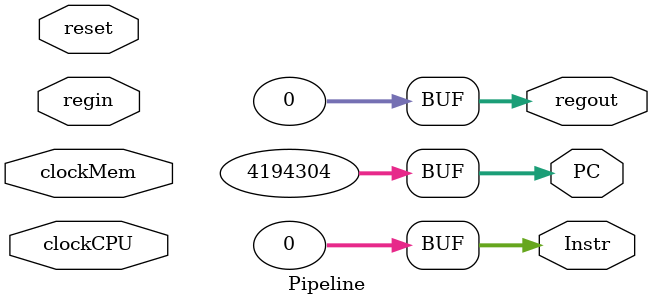
<source format=v>
module Pipeline (
	input wire clockCPU, clockMem,
	input wire reset,
	output reg [31:0] PC,
	output reg [31:0] Instr,
	input  wire[4:0] regin,
	output reg [31:0] regout
	);
	
	
	initial
		begin
			PC<=32'h0040_0000;
			Instr<=32'b0;
			regout<=32'b0;
		end
		
	
// Aqui vai o seu código do processador

wire [31:0] wID_Inst;

wire 		cBranch;
wire		cMemRead;
wire [1:0]  cMemtoReg;
wire [2:0]  cALUControl;
wire 		cMemWrite;
wire 		cALUSrc;
wire 		cRegWrite;
wire [1:0]  cOrigPC;

Controle CONTROL(
	.iInst(wID_Inst),
	.oBranch(cBranch),
    .oMemRead(cMemRead),
	.oMemtoReg(cMemtoReg),
	.oALUControl(cALUControl),
	.oMemWrite(cMemWrite),
	.oALUSrc(cALUSrc),
	.oRegWrite(cRegWrite),
	.oOrigPC(cOrigPC)
	);

Datapath DATAPATH(
	// FPGA
	.iClkCPU(clockCPU), 
	.iClkMem(clockMem),
	.iRST(reset),
	.iregin(iregin),

	.oInstView(Instr),
	.oPCView(PC),
	.oregout(regout),
	
	// CONTROLE
	.iBranch(cBranch),
	.iMemRead(cMemRead),
	.iMemtoReg(cMemtoReg),
	.iALUControl(cALUControl),
	.iMemWrite(cMemWrite),
	.iALUSrc(cALUSrc),
	.iRegWrite(cRegWrite),
	.iOrigPC(cOrigPC),

	.oInstruction(wID_Inst)
	);
			
endmodule

</source>
